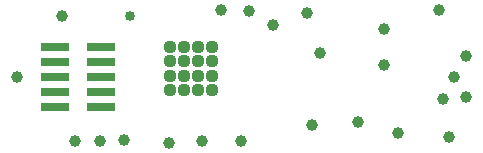
<source format=gbr>
G04 #@! TF.GenerationSoftware,KiCad,Pcbnew,6.0.9-8da3e8f707~116~ubuntu22.04.1*
G04 #@! TF.CreationDate,2022-12-14T18:32:49+01:00*
G04 #@! TF.ProjectId,nRF52832_qfaa,6e524635-3238-4333-925f-716661612e6b,rev?*
G04 #@! TF.SameCoordinates,Original*
G04 #@! TF.FileFunction,Soldermask,Bot*
G04 #@! TF.FilePolarity,Negative*
%FSLAX45Y45*%
G04 Gerber Fmt 4.5, Leading zero omitted, Abs format (unit mm)*
G04 Created by KiCad (PCBNEW 6.0.9-8da3e8f707~116~ubuntu22.04.1) date 2022-12-14 18:32:49*
%MOMM*%
%LPD*%
G01*
G04 APERTURE LIST*
%ADD10C,1.111200*%
%ADD11C,1.000000*%
%ADD12C,0.850000*%
%ADD13R,2.400000X0.740000*%
G04 APERTURE END LIST*
D10*
X4745584Y-3644560D03*
X4745584Y-3524560D03*
X4745584Y-3404560D03*
X4745584Y-3284560D03*
X4625584Y-3644560D03*
X4625584Y-3524560D03*
X4625584Y-3404560D03*
X4625584Y-3284560D03*
X4505584Y-3644560D03*
X4505584Y-3524560D03*
X4505584Y-3404560D03*
X4505584Y-3284560D03*
X4385584Y-3644560D03*
X4385584Y-3524560D03*
X4385584Y-3404560D03*
X4385584Y-3284560D03*
D11*
X3096280Y-3533460D03*
X6789420Y-3540760D03*
D12*
X4051300Y-3022600D03*
D13*
X3410784Y-3790696D03*
X3800784Y-3790696D03*
X3410784Y-3663696D03*
X3800784Y-3663696D03*
X3410784Y-3536696D03*
X3800784Y-3536696D03*
X3410784Y-3409696D03*
X3800784Y-3409696D03*
X3410784Y-3282696D03*
X3800784Y-3282696D03*
D11*
X6196280Y-3133460D03*
X6896280Y-3708460D03*
X6896280Y-3358460D03*
X6196280Y-3433460D03*
X5057140Y-2974340D03*
X6753860Y-4043680D03*
X5656580Y-3329940D03*
X5976620Y-3919220D03*
X3797300Y-4076700D03*
X4000500Y-4071620D03*
X4988560Y-4081780D03*
X3472180Y-3017520D03*
X5257800Y-3098800D03*
X4655820Y-4079240D03*
X3581400Y-4076700D03*
X6316980Y-4008120D03*
X4381500Y-4099560D03*
X6703060Y-3723640D03*
X5547360Y-2992120D03*
X5588000Y-3939540D03*
X6667500Y-2971800D03*
X4815840Y-2966720D03*
M02*

</source>
